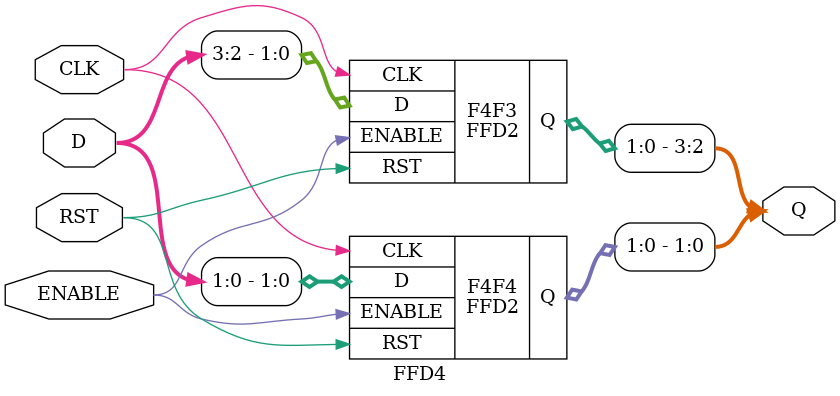
<source format=v>

module FFD1 (input CLK, RST, ENABLE, D,
            output reg Q);
        always @ (posedge CLK or posedge RST)begin
            if (RST) begin
                Q <= 1'b0;
            end
            else if (ENABLE) begin
                Q <= D;
            end
        end   
endmodule


module FFD2 (input CLK, RST, ENABLE, input [1:0] D, 
            output wire [1:0]Q); 
        FFD1 F4F(CLK, RST, ENABLE,  D[1], Q[1]);
        FFD1 F4F2(CLK, RST, ENABLE, D[0], Q[0]);

endmodule    


module FFD4 (input CLK, RST, ENABLE, input [3:0] D, 
            output wire [3:0]Q);
        FFD2 F4F3(CLK, RST, ENABLE,  D[3:2], Q[3:2]);
        FFD2 F4F4(CLK, RST, ENABLE, D[1:0], Q[1:0]);

endmodule    
</source>
